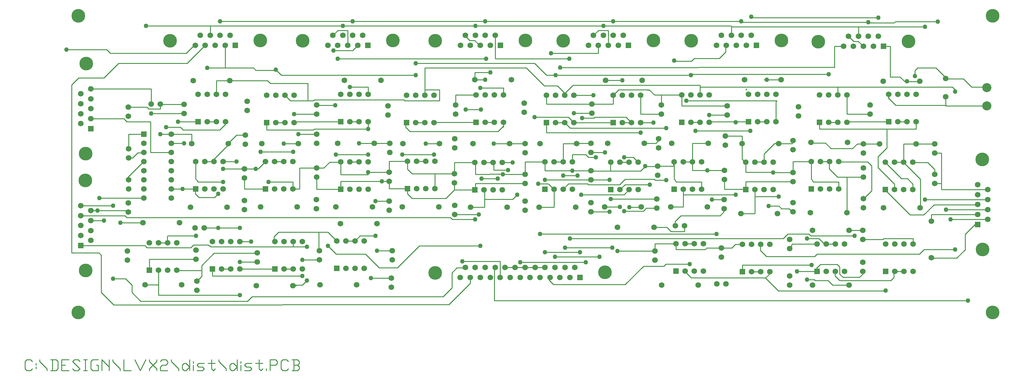
<source format=gbl>
*%FSLAX23Y23*%
*%MOIN*%
G01*
%ADD11C,0.100*%
%ADD12C,0.120*%
%ADD13C,0.010*%
%ADD14C,0.008*%
%ADD15C,0.012*%
%ADD16C,0.062*%
%ADD17C,0.082*%
%ADD18C,0.150*%
%ADD19C,0.170*%
%ADD20C,0.050*%
%ADD21C,0.070*%
%ADD22R,0.062X0.062*%
%ADD23R,0.082X0.082*%
D11*
X10521Y3025D03*
X10521Y3225D03*
D13*
X10516Y3230D02*
X10516Y3230D01*
X10356Y3230D01*
X10356Y3230D02*
X10356Y3230D01*
X10266Y3320D01*
X10266Y3320D02*
X10266Y3320D01*
X10066Y3320D01*
X10076Y3330D02*
X10076Y3330D01*
X9966Y3440D01*
X9966Y3440D02*
X9966Y3440D01*
X9766Y3440D01*
X9766Y3440D02*
X9766Y3440D01*
X9736Y3410D01*
X9736Y3410D02*
X9736Y3410D01*
X9736Y3350D01*
X9776Y3290D02*
X9776Y3290D01*
X9646Y3290D01*
X9621Y3294D02*
X9621Y3294D01*
X9576Y3339D01*
X9576Y3340D02*
X9576Y3340D01*
X9466Y3340D01*
X9466Y3340D02*
X9466Y3340D01*
X9466Y3676D01*
X9466Y3676D02*
X9466Y3676D01*
X9390Y3676D01*
X9172Y3676D02*
X9172Y3676D01*
X9116Y3730D01*
X9118Y3730D02*
X9118Y3730D01*
X9064Y3730D01*
X9064Y3730D02*
X9064Y3730D01*
X9008Y3786D01*
X9117Y3786D02*
X9117Y3786D01*
X9117Y3890D01*
X9117Y3890D02*
X9117Y3890D01*
X7727Y3890D01*
X7727Y3890D02*
X7727Y3890D01*
X7727Y3796D01*
X7727Y3900D02*
X7727Y3900D01*
X6327Y3900D01*
X6327Y3900D02*
X6327Y3900D01*
X4927Y3900D01*
X4927Y3900D02*
X4927Y3900D01*
X3477Y3900D01*
X3477Y3900D02*
X3477Y3900D01*
X2027Y3900D01*
X2027Y3900D02*
X2027Y3900D01*
X2027Y3796D01*
X2031Y3900D02*
X2031Y3900D01*
X1326Y3900D01*
X976Y3600D02*
X976Y3600D01*
X1766Y3600D01*
X1766Y3600D02*
X1766Y3600D01*
X1856Y3690D01*
X1966Y3680D02*
X1966Y3680D01*
X1776Y3490D01*
X1776Y3490D02*
X1776Y3490D01*
X1026Y3490D01*
X1026Y3490D02*
X1026Y3490D01*
X866Y3330D01*
X868Y3330D02*
X868Y3330D01*
X589Y3330D01*
X589Y3330D02*
X589Y3330D01*
X512Y3253D01*
X512Y3253D02*
X512Y3253D01*
X512Y1414D01*
X512Y1414D02*
X512Y1414D01*
X810Y1414D01*
X810Y1414D02*
X810Y1414D01*
X836Y1388D01*
X836Y1390D02*
X836Y1390D01*
X836Y1340D01*
X836Y1340D02*
X836Y1340D01*
X836Y980D01*
X836Y980D02*
X836Y980D01*
X972Y844D01*
X972Y844D02*
X972Y844D01*
X4637Y846D01*
X4637Y846D02*
X4637Y846D01*
X4871Y1080D01*
X4871Y1080D02*
X4871Y1080D01*
X4871Y1140D01*
X4816Y1250D02*
X4816Y1250D01*
X4726Y1250D01*
X4726Y1250D02*
X4726Y1250D01*
X4671Y1195D01*
X4671Y1195D02*
X4671Y1195D01*
X4671Y1030D01*
X4671Y1030D02*
X4671Y1030D01*
X4576Y935D01*
X4576Y935D02*
X4576Y935D01*
X2486Y935D01*
X2486Y935D02*
X2486Y935D01*
X2436Y885D01*
X2436Y885D02*
X2436Y885D01*
X1266Y885D01*
X1266Y885D02*
X1266Y885D01*
X1171Y980D01*
X1171Y980D02*
X1171Y980D01*
X1171Y1060D01*
X1171Y1060D02*
X1171Y1060D01*
X1101Y1130D01*
X1101Y1130D02*
X1101Y1130D01*
X966Y1130D01*
X1315Y1063D02*
X1315Y1063D01*
X1461Y1063D01*
X1461Y950D02*
X1461Y950D01*
X1461Y1225D01*
X1361Y1225D02*
X1361Y1225D01*
X1361Y1345D01*
X1361Y1345D02*
X1361Y1345D01*
X1871Y1345D01*
X1934Y1275D02*
X1934Y1275D01*
X1934Y1158D01*
X1934Y1158D02*
X1934Y1158D01*
X1877Y1101D01*
X1936Y1220D02*
X1936Y1220D01*
X1656Y1220D01*
X1934Y1275D02*
X1934Y1275D01*
X2069Y1410D01*
X2069Y1410D02*
X2069Y1410D01*
X2531Y1410D01*
X2541Y1315D02*
X2541Y1315D01*
X2351Y1315D01*
X2351Y1237D02*
X2351Y1237D01*
X2735Y1237D01*
X2835Y1237D02*
X2835Y1237D01*
X2935Y1237D01*
X3035Y1160D02*
X3035Y1160D01*
X2051Y1160D01*
X2051Y1160D02*
X2051Y1160D01*
X2051Y1237D01*
X2151Y1237D02*
X2151Y1237D01*
X2251Y1237D01*
X2351Y950D02*
X2351Y950D01*
X1461Y950D01*
X1336Y1470D02*
X1336Y1470D01*
X1816Y1470D01*
X1816Y1470D02*
X1816Y1470D01*
X1836Y1490D01*
X1836Y1490D02*
X1836Y1490D01*
X1846Y1500D01*
X1846Y1500D02*
X1846Y1500D01*
X2006Y1500D01*
X2006Y1500D02*
X2006Y1500D01*
X2016Y1490D01*
X2016Y1490D02*
X2016Y1490D01*
X2026Y1490D01*
X2026Y1490D02*
X2026Y1490D01*
X2036Y1480D01*
X2036Y1480D02*
X2036Y1480D01*
X2935Y1480D01*
X2935Y1480D02*
X2935Y1480D01*
X2935Y1537D01*
X2935Y1480D02*
X2935Y1480D01*
X3086Y1480D01*
X3216Y1430D02*
X3216Y1430D01*
X3216Y1640D01*
X3316Y1640D02*
X3316Y1640D01*
X2776Y1640D01*
X2776Y1640D02*
X2776Y1640D01*
X2726Y1590D01*
X2726Y1590D02*
X2726Y1590D01*
X2726Y1540D01*
X2476Y1537D02*
X2476Y1537D01*
X2351Y1537D01*
X2351Y1687D02*
X2351Y1687D01*
X1961Y1687D01*
X1871Y1600D02*
X1871Y1600D01*
X1561Y1600D01*
X1559Y1599D02*
X1559Y1599D01*
X1559Y1539D01*
X1561Y1525D02*
X1561Y1525D01*
X1461Y1525D01*
X1336Y1470D02*
X1336Y1470D01*
X1326Y1480D01*
X1326Y1480D02*
X1326Y1480D01*
X1316Y1495D01*
X1316Y1495D02*
X1316Y1495D01*
X611Y1495D01*
X721Y1768D02*
X721Y1768D01*
X866Y1768D01*
X721Y1877D02*
X721Y1877D01*
X1126Y1877D01*
X1126Y1877D02*
X1126Y1877D01*
X1126Y1860D01*
X1126Y1860D02*
X1126Y1860D01*
X1132Y1860D01*
X1096Y1822D02*
X1096Y1822D01*
X611Y1822D01*
X611Y1931D02*
X611Y1931D01*
X966Y1931D01*
X1096Y1822D02*
X1096Y1822D01*
X1106Y1810D01*
X1106Y1810D02*
X1106Y1810D01*
X1116Y1800D01*
X1116Y1800D02*
X1116Y1800D01*
X4656Y1800D01*
X4656Y1800D02*
X4656Y1800D01*
X4676Y1780D01*
X4676Y1780D02*
X4676Y1780D01*
X4926Y1780D01*
X4966Y1835D02*
X4966Y1835D01*
X4701Y1835D01*
X4876Y1915D02*
X4876Y1915D01*
X5028Y1915D01*
X5028Y1915D02*
X5028Y1915D01*
X5028Y2104D01*
X4928Y2104D02*
X4928Y2104D01*
X4928Y2175D01*
X4928Y2175D02*
X4928Y2175D01*
X5471Y2175D01*
X5471Y2275D02*
X5471Y2275D01*
X5471Y2410D01*
X5471Y2410D02*
X5471Y2410D01*
X5687Y2410D01*
X5687Y2410D02*
X5687Y2410D01*
X5687Y2315D01*
X5687Y2315D02*
X5687Y2315D01*
X6191Y2315D01*
X6196Y2310D02*
X6196Y2310D01*
X6736Y2310D01*
X6736Y2310D02*
X6736Y2310D01*
X6786Y2360D01*
X6786Y2360D02*
X6786Y2360D01*
X6936Y2360D01*
X6921Y2365D02*
X6921Y2365D01*
X7096Y2365D01*
X7096Y2365D02*
X7096Y2365D01*
X7096Y2410D01*
X7096Y2410D02*
X7096Y2410D01*
X7100Y2410D01*
X7100Y2410D02*
X7100Y2410D01*
X7100Y2220D01*
X7100Y2220D02*
X7100Y2220D01*
X7116Y2210D01*
X7116Y2210D02*
X7116Y2210D01*
X7116Y2200D01*
X7116Y2200D02*
X7116Y2200D01*
X7126Y2190D01*
X7126Y2190D02*
X7126Y2190D01*
X7400Y2190D01*
X7400Y2190D02*
X7400Y2190D01*
X7400Y2110D01*
X7516Y1997D02*
X7516Y1997D01*
X7649Y1997D01*
X7646Y1899D02*
X7646Y1899D01*
X7646Y1863D01*
X7646Y1863D02*
X7646Y1863D01*
X7604Y1821D01*
X7604Y1821D02*
X7604Y1821D01*
X7175Y1821D01*
X7175Y1821D02*
X7175Y1821D01*
X7112Y1758D01*
X7112Y1758D02*
X7112Y1758D01*
X7112Y1710D01*
X7116Y1710D02*
X7116Y1710D01*
X7106Y1710D01*
X7106Y1710D02*
X7106Y1710D01*
X7096Y1720D01*
X7024Y1695D02*
X7024Y1695D01*
X6881Y1695D01*
X7022Y1695D02*
X7022Y1695D01*
X7068Y1649D01*
X7068Y1649D02*
X7068Y1649D01*
X7215Y1649D01*
X7215Y1649D02*
X7215Y1649D01*
X7216Y1710D01*
X7221Y1513D02*
X7221Y1513D01*
X7321Y1513D01*
X7446Y1450D02*
X7446Y1450D01*
X7456Y1469D01*
X7456Y1469D02*
X7456Y1469D01*
X7619Y1469D01*
X7616Y1467D02*
X7616Y1467D01*
X7730Y1467D01*
X7730Y1467D02*
X7730Y1467D01*
X7772Y1509D01*
X7772Y1509D02*
X7772Y1509D01*
X7841Y1509D01*
X7846Y1507D02*
X7846Y1507D01*
X7847Y1507D01*
X8045Y1503D02*
X8045Y1503D01*
X8045Y1440D01*
X8045Y1440D02*
X8045Y1440D01*
X8111Y1374D01*
X8111Y1374D02*
X8111Y1374D01*
X8636Y1374D01*
X8639Y1374D02*
X8639Y1374D01*
X8666Y1401D01*
X8666Y1401D02*
X8666Y1401D01*
X9785Y1401D01*
X9785Y1401D02*
X9785Y1401D01*
X9836Y1452D01*
X9836Y1452D02*
X9836Y1452D01*
X10175Y1452D01*
X10193Y1356D02*
X10193Y1356D01*
X9917Y1356D01*
X9716Y1510D02*
X9716Y1510D01*
X9716Y1570D01*
X9716Y1570D02*
X9716Y1570D01*
X9396Y1570D01*
X9396Y1570D02*
X9396Y1570D01*
X9386Y1560D01*
X9386Y1560D02*
X9386Y1560D01*
X9166Y1560D01*
X9076Y1600D02*
X9076Y1600D01*
X8596Y1600D01*
X8596Y1600D02*
X8596Y1600D01*
X8576Y1620D01*
X8576Y1620D02*
X8576Y1620D01*
X8346Y1620D01*
X8346Y1620D02*
X8346Y1620D01*
X8336Y1610D01*
X8336Y1610D02*
X8336Y1610D01*
X8316Y1590D01*
X8316Y1590D02*
X8316Y1590D01*
X8296Y1570D01*
X8296Y1570D02*
X8296Y1570D01*
X5962Y1570D01*
X5907Y1470D02*
X5907Y1470D01*
X6426Y1470D01*
X6481Y1433D02*
X6481Y1433D01*
X6893Y1433D01*
X6893Y1433D02*
X6893Y1433D01*
X6893Y1513D01*
X6893Y1513D02*
X6893Y1513D01*
X7121Y1513D01*
X7121Y1513D02*
X7121Y1513D01*
X7121Y1450D01*
X7121Y1450D02*
X7121Y1450D01*
X7446Y1450D01*
X7564Y1620D02*
X7564Y1620D01*
X5635Y1620D01*
X5689Y1420D02*
X5689Y1420D01*
X6071Y1420D01*
X6136Y1310D02*
X6136Y1310D01*
X5417Y1310D01*
X5471Y1255D02*
X5471Y1255D01*
X5362Y1255D01*
X5362Y1255D02*
X5362Y1255D01*
X5253Y1255D01*
X5199Y1320D02*
X5199Y1320D01*
X4786Y1320D01*
X4986Y1490D02*
X4986Y1490D01*
X4316Y1490D01*
X4316Y1490D02*
X4316Y1490D01*
X4076Y1250D01*
X4076Y1250D02*
X4076Y1250D01*
X3876Y1250D01*
X3876Y1250D02*
X3876Y1250D01*
X3726Y1400D01*
X3726Y1400D02*
X3726Y1400D01*
X3406Y1400D01*
X3406Y1400D02*
X3406Y1400D01*
X3316Y1490D01*
X3416Y1540D02*
X3416Y1540D01*
X3316Y1640D01*
X3513Y1543D02*
X3513Y1543D01*
X3613Y1543D01*
X3613Y1543D02*
X3613Y1543D01*
X3666Y1600D01*
X3666Y1600D02*
X3666Y1600D01*
X3836Y1600D01*
X3851Y1439D02*
X3851Y1439D01*
X4019Y1439D01*
X4007Y1139D02*
X4007Y1139D01*
X3786Y1139D01*
X3221Y1339D02*
X3221Y1339D01*
X3035Y1339D01*
X3086Y1110D02*
X3086Y1110D01*
X3036Y1060D01*
X3036Y1060D02*
X3036Y1060D01*
X2926Y1060D01*
X2931Y1055D02*
X2931Y1055D01*
X2966Y1055D01*
X2076Y2020D02*
X2076Y2020D01*
X1906Y2020D01*
X1906Y2020D02*
X1906Y2020D01*
X1866Y2060D01*
X1866Y2060D02*
X1866Y2060D01*
X1866Y2120D01*
X1868Y2113D02*
X1868Y2113D01*
X1601Y2113D01*
X1601Y2113D02*
X1601Y2113D01*
X1601Y2115D01*
X1601Y2115D02*
X1601Y2115D01*
X1726Y2115D01*
X1868Y2220D02*
X1868Y2220D01*
X1868Y2413D01*
X1968Y2413D02*
X1968Y2413D01*
X2068Y2413D01*
X2061Y2405D02*
X2061Y2405D01*
X2061Y2435D01*
X2061Y2435D02*
X2061Y2435D01*
X2231Y2605D01*
X2221Y2610D02*
X2221Y2610D01*
X2316Y2705D01*
X2316Y2705D02*
X2316Y2705D01*
X2416Y2705D01*
X2646Y2760D02*
X2646Y2760D01*
X2646Y2840D01*
X2646Y2760D02*
X2646Y2760D01*
X3156Y2760D01*
X3156Y2760D02*
X3156Y2760D01*
X3166Y2770D01*
X3166Y2770D02*
X3166Y2770D01*
X3756Y2770D01*
X3756Y2770D02*
X3756Y2770D01*
X3756Y2850D01*
X3656Y2850D02*
X3656Y2850D01*
X3556Y2850D01*
X3456Y2850D02*
X3456Y2850D01*
X2946Y2850D01*
X2946Y2850D02*
X2946Y2850D01*
X2946Y2840D01*
X2946Y2935D02*
X2946Y2935D01*
X3191Y2935D01*
X3185Y3030D02*
X3185Y3030D01*
X3392Y3030D01*
X3166Y3090D02*
X3166Y3090D01*
X3156Y3080D01*
X3156Y3080D02*
X3156Y3080D01*
X2906Y3080D01*
X2906Y3080D02*
X2906Y3080D01*
X2846Y3140D01*
X2726Y3270D02*
X2726Y3270D01*
X2686Y3270D01*
X2686Y3270D02*
X2686Y3270D01*
X2656Y3300D01*
X2656Y3300D02*
X2656Y3300D01*
X2241Y3300D01*
X2241Y3300D02*
X2241Y3300D01*
X2096Y3300D01*
X2096Y3300D02*
X2096Y3300D01*
X2096Y3150D01*
X2096Y2850D02*
X2096Y2850D01*
X1996Y2850D01*
X1896Y2850D02*
X1896Y2850D01*
X1676Y2850D01*
X1701Y2790D02*
X1701Y2790D01*
X1731Y2760D01*
X1731Y2760D02*
X1731Y2760D01*
X2131Y2760D01*
X2131Y2760D02*
X2131Y2760D01*
X2196Y2825D01*
X2196Y2825D02*
X2196Y2825D01*
X2196Y2850D01*
X1826Y2715D02*
X1826Y2715D01*
X1601Y2715D01*
X1601Y2715D02*
X1601Y2715D01*
X1481Y2715D01*
X1546Y2790D02*
X1546Y2790D01*
X1701Y2790D01*
X1826Y2715D02*
X1826Y2715D01*
X1826Y2610D01*
X1741Y2615D02*
X1741Y2615D01*
X1601Y2615D01*
X1601Y2515D02*
X1601Y2515D01*
X1376Y2515D01*
X1376Y2515D02*
X1376Y2515D01*
X1376Y2850D01*
X1376Y2850D02*
X1376Y2850D01*
X1116Y2850D01*
X1116Y2850D02*
X1116Y2850D01*
X1096Y2870D01*
X1096Y2870D02*
X1096Y2870D01*
X1086Y2884D01*
X1086Y2884D02*
X1086Y2884D01*
X721Y2884D01*
X721Y3211D02*
X721Y3211D01*
X1381Y3211D01*
X1381Y3211D02*
X1381Y3211D01*
X1381Y3045D01*
X1336Y3010D02*
X1336Y3010D01*
X1356Y2990D01*
X1356Y2990D02*
X1356Y2990D01*
X1481Y2990D01*
X1481Y2990D02*
X1481Y2990D01*
X1481Y3045D01*
X1481Y3040D02*
X1481Y3040D01*
X1741Y3040D01*
X1741Y2940D02*
X1741Y2940D01*
X1381Y2940D01*
X1336Y3010D02*
X1336Y3010D01*
X1132Y3010D01*
X976Y3600D02*
X976Y3600D01*
X936Y3600D01*
X936Y3600D02*
X936Y3600D01*
X896Y3640D01*
X896Y3640D02*
X896Y3640D01*
X456Y3640D01*
X1135Y2715D02*
X1135Y2715D01*
X1301Y2715D01*
X1135Y2715D02*
X1135Y2715D01*
X1135Y2555D01*
X1133Y2454D02*
X1133Y2454D01*
X1178Y2454D01*
X1178Y2454D02*
X1178Y2454D01*
X1235Y2511D01*
X1235Y2511D02*
X1235Y2511D01*
X1304Y2511D01*
X1306Y2420D02*
X1306Y2420D01*
X1126Y2240D01*
X1126Y2240D02*
X1126Y2240D01*
X1126Y2200D01*
X1301Y2015D02*
X1301Y2015D01*
X816Y2015D01*
X1046Y1745D02*
X1046Y1745D01*
X1291Y1745D01*
X1868Y2220D02*
X1868Y2220D01*
X1886Y2210D01*
X1886Y2210D02*
X1886Y2210D01*
X1886Y2200D01*
X1886Y2200D02*
X1886Y2200D01*
X1896Y2190D01*
X1896Y2190D02*
X1896Y2190D01*
X2168Y2190D01*
X2116Y2060D02*
X2116Y2060D01*
X2076Y2020D01*
X2168Y2335D02*
X2168Y2335D01*
X2401Y2335D01*
X2399Y2334D02*
X2399Y2334D01*
X2552Y2334D01*
X2552Y2334D02*
X2552Y2334D01*
X2633Y2415D01*
X2733Y2413D02*
X2733Y2413D01*
X2833Y2413D01*
X2936Y2520D02*
X2936Y2520D01*
X2578Y2520D01*
X2833Y2610D02*
X2833Y2610D01*
X2991Y2610D01*
X2991Y2715D02*
X2991Y2715D01*
X3191Y2715D01*
X3403Y2490D02*
X3403Y2490D01*
X3756Y2490D01*
X3655Y2410D02*
X3655Y2410D01*
X3555Y2410D01*
X3458Y2409D02*
X3458Y2409D01*
X3335Y2409D01*
X3335Y2409D02*
X3335Y2409D01*
X3269Y2343D01*
X3271Y2345D02*
X3271Y2345D01*
X3196Y2345D01*
X3196Y2345D02*
X3196Y2345D01*
X3006Y2345D01*
X3006Y2345D02*
X3006Y2345D01*
X3006Y2113D01*
X3006Y2113D02*
X3006Y2113D01*
X2933Y2113D01*
X2933Y2113D02*
X2933Y2113D01*
X2933Y2190D01*
X2933Y2190D02*
X2933Y2190D01*
X2666Y2190D01*
X2633Y2113D02*
X2633Y2113D01*
X2401Y2113D01*
X2401Y2113D02*
X2401Y2113D01*
X2401Y2235D01*
X2316Y2413D02*
X2316Y2413D01*
X2168Y2413D01*
X2746Y2840D02*
X2746Y2840D01*
X2846Y2840D01*
X3096Y3080D02*
X3096Y3080D01*
X3096Y3270D01*
X3096Y3270D02*
X3096Y3270D01*
X2706Y3270D01*
X2806Y3360D02*
X2806Y3360D01*
X4276Y3360D01*
X4376Y3440D02*
X4376Y3440D01*
X4376Y3140D01*
X4376Y3200D02*
X4376Y3200D01*
X4536Y3200D01*
X4536Y3200D02*
X4536Y3200D01*
X4536Y3080D01*
X4536Y3080D02*
X4536Y3080D01*
X4156Y3080D01*
X4156Y3080D02*
X4156Y3080D01*
X4146Y3090D01*
X4146Y3090D02*
X4146Y3090D01*
X3166Y3090D01*
X3556Y3230D02*
X3556Y3230D01*
X3756Y3230D01*
X3756Y3230D02*
X3756Y3230D01*
X3756Y3150D01*
X3586Y3630D02*
X3586Y3630D01*
X3376Y3630D01*
X3423Y3540D02*
X3423Y3540D01*
X5046Y3540D01*
X5145Y3540D02*
X5145Y3540D01*
X5145Y3796D01*
X5036Y3950D02*
X5036Y3950D01*
X3586Y3950D01*
X3586Y3950D02*
X3586Y3950D01*
X2136Y3950D01*
X2191Y3686D02*
X2191Y3686D01*
X2191Y3440D01*
X2191Y3440D02*
X2191Y3440D01*
X1996Y3440D01*
X2191Y3440D02*
X2191Y3440D01*
X2501Y3440D01*
X2501Y3440D02*
X2501Y3440D01*
X2526Y3415D01*
X2526Y3415D02*
X2526Y3415D01*
X2741Y3415D01*
X2746Y3420D02*
X2746Y3420D01*
X2806Y3360D01*
X3368Y3796D02*
X3368Y3796D01*
X3426Y3850D01*
X3426Y3850D02*
X3426Y3850D01*
X3532Y3850D01*
X3532Y3850D02*
X3532Y3850D01*
X3532Y3686D01*
X3586Y3630D02*
X3586Y3630D01*
X3641Y3686D01*
X4271Y3490D02*
X4271Y3490D01*
X5576Y3490D01*
X5576Y3490D02*
X5576Y3490D01*
X5706Y3360D01*
X5706Y3360D02*
X5706Y3360D01*
X5806Y3360D01*
X5806Y3360D02*
X5806Y3360D01*
X7286Y3360D01*
X7286Y3370D02*
X7286Y3370D01*
X8791Y3370D01*
X8856Y3445D02*
X8856Y3445D01*
X8856Y3676D01*
X8856Y3676D02*
X8856Y3676D01*
X8954Y3676D01*
X8857Y3446D02*
X8857Y3446D01*
X5856Y3445D01*
X5956Y3540D02*
X5956Y3540D01*
X5145Y3540D01*
X5091Y3390D02*
X5091Y3390D01*
X4921Y3390D01*
X4921Y3390D02*
X4921Y3390D01*
X4921Y3310D01*
X4921Y3310D02*
X4921Y3310D01*
X5036Y3310D01*
X4982Y3220D02*
X4982Y3220D01*
X5236Y3220D01*
X5236Y3220D02*
X5236Y3220D01*
X5236Y3145D01*
X5236Y2850D02*
X5236Y2850D01*
X5236Y2805D01*
X5236Y2805D02*
X5236Y2805D01*
X5176Y2745D01*
X5176Y2745D02*
X5176Y2745D01*
X4211Y2745D01*
X4211Y2745D02*
X4211Y2745D01*
X4166Y2790D01*
X4166Y2790D02*
X4166Y2790D01*
X4166Y2835D01*
X4276Y2840D02*
X4276Y2840D01*
X4376Y2840D01*
X4476Y2840D02*
X4476Y2840D01*
X4476Y2845D01*
X4476Y2845D02*
X4476Y2845D01*
X4936Y2845D01*
X5036Y2845D02*
X5036Y2845D01*
X5136Y2845D01*
X5236Y2845D02*
X5236Y2845D01*
X5236Y2790D01*
X5301Y2610D02*
X5301Y2610D01*
X5471Y2610D01*
X5301Y2610D02*
X5301Y2610D01*
X5128Y2610D01*
X5128Y2404D02*
X5128Y2404D01*
X5128Y2320D01*
X5128Y2320D02*
X5128Y2320D01*
X5286Y2320D01*
X5228Y2276D02*
X5228Y2276D01*
X4928Y2274D01*
X4928Y2274D02*
X4928Y2274D01*
X4928Y2404D01*
X4928Y2404D02*
X4928Y2404D01*
X4697Y2404D01*
X4697Y2404D02*
X4697Y2404D01*
X4697Y2282D01*
X4697Y2282D02*
X4697Y2282D01*
X4484Y2282D01*
X4484Y2282D02*
X4484Y2282D01*
X4484Y2116D01*
X4606Y2010D02*
X4606Y2010D01*
X4236Y2010D01*
X4236Y2010D02*
X4236Y2010D01*
X4186Y2060D01*
X4186Y2060D02*
X4186Y2060D01*
X4186Y2110D01*
X4184Y2116D02*
X4184Y2116D01*
X3986Y2116D01*
X3986Y2116D02*
X3986Y2116D01*
X3986Y2197D01*
X3986Y2197D02*
X3986Y2197D01*
X3455Y2197D01*
X3455Y2197D02*
X3455Y2197D01*
X3455Y2110D01*
X3455Y2110D02*
X3455Y2110D01*
X3191Y2110D01*
X3191Y2110D02*
X3191Y2110D01*
X3191Y2245D01*
X3455Y2270D02*
X3455Y2270D01*
X3455Y2410D01*
X3455Y2270D02*
X3455Y2270D01*
X3755Y2270D01*
X3755Y2297D02*
X3755Y2297D01*
X3986Y2297D01*
X3986Y2297D02*
X3986Y2297D01*
X3986Y2416D01*
X3986Y2416D02*
X3986Y2416D01*
X4184Y2416D01*
X4186Y2420D02*
X4186Y2420D01*
X4186Y2330D01*
X4186Y2330D02*
X4186Y2330D01*
X4236Y2280D01*
X4236Y2280D02*
X4236Y2280D01*
X4486Y2280D01*
X4384Y2416D02*
X4384Y2416D01*
X4284Y2416D01*
X4129Y2490D02*
X4129Y2490D01*
X4476Y2490D01*
X4536Y2610D02*
X4536Y2610D01*
X4384Y2610D01*
X3991Y2615D02*
X3991Y2615D01*
X3821Y2615D01*
X3821Y2615D02*
X3821Y2615D01*
X3655Y2615D01*
X3836Y1982D02*
X3836Y1982D01*
X3986Y1982D01*
X4606Y2010D02*
X4606Y2010D01*
X4696Y2100D01*
X4697Y2104D02*
X4697Y2104D01*
X4928Y2104D01*
X4994Y2226D02*
X4994Y2226D01*
X5171Y2226D01*
X5228Y2275D02*
X5228Y2275D01*
X5471Y2275D01*
X5616Y2170D02*
X5616Y2170D01*
X5726Y2170D01*
X5727Y2169D02*
X5727Y2169D01*
X5776Y2120D01*
X5776Y2120D02*
X5776Y2120D01*
X5787Y2110D01*
X5787Y2110D02*
X5787Y2110D01*
X5787Y1915D01*
X5787Y1915D02*
X5787Y1915D01*
X5626Y1915D01*
X5386Y2050D02*
X5386Y2050D01*
X5336Y2000D01*
X5336Y2000D02*
X5336Y2000D01*
X5026Y2000D01*
X4697Y2104D02*
X4697Y2104D01*
X4697Y2182D01*
X5028Y2404D02*
X5028Y2404D01*
X5128Y2404D01*
X5228Y2404D02*
X5228Y2404D01*
X5336Y2404D01*
X5787Y2410D02*
X5787Y2410D01*
X5887Y2410D01*
X5887Y2410D02*
X5887Y2410D01*
X5887Y2610D01*
X5887Y2610D02*
X5887Y2610D01*
X6036Y2610D01*
X6036Y2615D02*
X6036Y2615D01*
X6191Y2615D01*
X6191Y2515D02*
X6191Y2515D01*
X6346Y2515D01*
X6246Y2460D02*
X6246Y2460D01*
X6166Y2460D01*
X6166Y2460D02*
X6166Y2460D01*
X6156Y2470D01*
X6156Y2470D02*
X6156Y2470D01*
X6136Y2490D01*
X6136Y2490D02*
X6136Y2490D01*
X5987Y2490D01*
X5987Y2490D02*
X5987Y2490D01*
X5987Y2410D01*
X6046Y2260D02*
X6046Y2260D01*
X5887Y2260D01*
X5946Y2170D02*
X5946Y2170D01*
X5887Y2110D01*
X5946Y2170D02*
X5946Y2170D01*
X6156Y2170D01*
X6156Y2170D02*
X6156Y2170D01*
X6166Y2160D01*
X6166Y2160D02*
X6166Y2160D01*
X6506Y2160D01*
X6506Y2160D02*
X6506Y2160D01*
X6566Y2220D01*
X6566Y2220D02*
X6566Y2220D01*
X6886Y2220D01*
X6886Y2220D02*
X6886Y2220D01*
X6896Y2210D01*
X6896Y2210D02*
X6896Y2210D01*
X7016Y2210D01*
X6836Y2160D02*
X6836Y2160D01*
X6566Y2160D01*
X6566Y2160D02*
X6566Y2160D01*
X6507Y2107D01*
X6556Y2050D02*
X6556Y2050D01*
X6086Y2050D01*
X6191Y2215D02*
X6191Y2215D01*
X5687Y2215D01*
X6191Y2215D02*
X6191Y2215D01*
X6396Y2215D01*
X6406Y2310D02*
X6406Y2310D01*
X6406Y2400D01*
X6406Y2400D02*
X6406Y2400D01*
X6406Y2410D01*
X6507Y2407D02*
X6507Y2407D01*
X6607Y2407D01*
X6656Y2460D02*
X6656Y2460D01*
X6707Y2407D01*
X6656Y2460D02*
X6656Y2460D01*
X6556Y2460D01*
X6776Y2615D02*
X6776Y2615D01*
X6906Y2615D01*
X6906Y2615D02*
X6906Y2615D01*
X6916Y2630D01*
X6916Y2630D02*
X6916Y2630D01*
X6926Y2630D01*
X7016Y2780D02*
X7016Y2780D01*
X5966Y2780D01*
X5966Y2780D02*
X5966Y2780D01*
X5906Y2840D01*
X5906Y2840D02*
X5906Y2840D01*
X5806Y2840D01*
X5706Y2840D02*
X5706Y2840D01*
X5706Y2730D01*
X5706Y2730D02*
X5706Y2730D01*
X6736Y2730D01*
X6736Y2840D02*
X6736Y2840D01*
X6876Y2840D01*
X6961Y2935D02*
X6961Y2935D01*
X6736Y2935D01*
X6736Y2935D02*
X6736Y2935D01*
X6736Y3140D01*
X6809Y3198D02*
X6809Y3198D01*
X6833Y3198D01*
X6833Y3198D02*
X6833Y3198D01*
X6887Y3144D01*
X6887Y3144D02*
X6887Y3144D01*
X6962Y3144D01*
X6961Y3145D02*
X6961Y3145D01*
X6961Y3035D01*
X6961Y3145D02*
X6961Y3145D01*
X7186Y3145D01*
X7186Y3145D02*
X7186Y3145D01*
X7186Y3025D01*
X7186Y3025D02*
X7186Y3025D01*
X7681Y3025D01*
X7681Y2925D02*
X7681Y2925D01*
X7486Y2925D01*
X7486Y2850D02*
X7486Y2850D01*
X7916Y2850D01*
X8016Y2850D02*
X8016Y2850D01*
X8116Y2850D01*
X8216Y2850D02*
X8216Y2850D01*
X8216Y3070D01*
X8216Y3070D02*
X8216Y3070D01*
X8226Y3080D01*
X8226Y3080D02*
X8226Y3080D01*
X7236Y3080D01*
X7386Y3145D02*
X7386Y3145D01*
X7386Y3250D01*
X7381Y3250D02*
X7381Y3250D01*
X5996Y3250D01*
X5996Y3250D02*
X5996Y3250D01*
X5906Y3160D01*
X5906Y3160D02*
X5906Y3160D01*
X5906Y3140D01*
X5906Y3165D02*
X5906Y3165D01*
X5826Y3245D01*
X5826Y3245D02*
X5826Y3245D01*
X5681Y3245D01*
X5681Y3245D02*
X5681Y3245D01*
X5486Y3440D01*
X5486Y3440D02*
X5486Y3440D01*
X4376Y3440D01*
X4711Y3145D02*
X4711Y3145D01*
X4711Y3035D01*
X4711Y3145D02*
X4711Y3145D01*
X4936Y3145D01*
X4988Y2985D02*
X4988Y2985D01*
X4823Y2985D01*
X4976Y3685D02*
X4976Y3685D01*
X4921Y3740D01*
X4921Y3740D02*
X4921Y3740D01*
X4866Y3740D01*
X4866Y3740D02*
X4866Y3740D01*
X4816Y3790D01*
X5036Y3950D02*
X5036Y3950D01*
X6436Y3950D01*
X6436Y3950D02*
X6436Y3950D01*
X7836Y3950D01*
X7836Y3940D02*
X7836Y3940D01*
X9226Y3940D01*
X9221Y3933D02*
X9221Y3933D01*
X9506Y3933D01*
X9506Y3933D02*
X9506Y3933D01*
X9521Y3948D01*
X9521Y3948D02*
X9521Y3948D01*
X9986Y3948D01*
X9846Y3890D02*
X9846Y3890D01*
X9117Y3890D01*
X9335Y3990D02*
X9335Y3990D01*
X7945Y3990D01*
X7666Y3685D02*
X7666Y3685D01*
X7666Y3615D01*
X7666Y3615D02*
X7666Y3615D01*
X7596Y3545D01*
X7596Y3545D02*
X7596Y3545D01*
X7321Y3545D01*
X7321Y3545D02*
X7321Y3545D01*
X7291Y3515D01*
X7291Y3515D02*
X7291Y3515D01*
X7096Y3515D01*
X7386Y3230D02*
X7386Y3230D01*
X9986Y3230D01*
X9976Y3230D02*
X9976Y3230D01*
X10146Y3230D01*
X10146Y3230D02*
X10146Y3230D01*
X10186Y3190D01*
X10071Y3125D02*
X10071Y3125D01*
X10071Y3025D01*
X10071Y3025D02*
X10071Y3025D01*
X10521Y3025D01*
X10076Y3030D02*
X10076Y3030D01*
X9526Y3030D01*
X9526Y3030D02*
X9526Y3030D01*
X9446Y3110D01*
X9446Y3110D02*
X9446Y3110D01*
X9446Y3150D01*
X9449Y3151D02*
X9449Y3151D01*
X9449Y3100D01*
X9449Y2851D02*
X9449Y2851D01*
X8991Y2851D01*
X8991Y2851D02*
X8991Y2851D01*
X8991Y2845D01*
X8991Y2935D02*
X8991Y2935D01*
X8991Y3145D01*
X8891Y3145D02*
X8891Y3145D01*
X8891Y3231D01*
X8991Y2935D02*
X8991Y2935D01*
X9245Y2935D01*
X9428Y2769D02*
X9428Y2769D01*
X9428Y2565D01*
X9428Y2565D02*
X9428Y2565D01*
X9332Y2469D01*
X9332Y2469D02*
X9332Y2469D01*
X9332Y2349D01*
X9332Y2349D02*
X9332Y2349D01*
X9512Y2169D01*
X9512Y2169D02*
X9512Y2169D01*
X9512Y2109D01*
X9419Y2094D02*
X9419Y2094D01*
X9683Y1830D01*
X9683Y1830D02*
X9683Y1830D01*
X9833Y1830D01*
X9833Y1830D02*
X9833Y1830D01*
X9944Y1941D01*
X9944Y1941D02*
X9944Y1941D01*
X10424Y1941D01*
X10421Y1834D02*
X10421Y1834D01*
X9916Y1834D01*
X9916Y1834D02*
X9916Y1834D01*
X9916Y1760D01*
X9794Y1905D02*
X9794Y1905D01*
X9794Y2220D01*
X9794Y2220D02*
X9794Y2220D01*
X9611Y2403D01*
X9613Y2407D02*
X9613Y2407D01*
X9613Y2608D01*
X9613Y2608D02*
X9613Y2608D01*
X9749Y2608D01*
X9749Y2609D02*
X9749Y2609D01*
X9953Y2609D01*
X9953Y2509D02*
X9953Y2509D01*
X10026Y2509D01*
X10026Y2509D02*
X10026Y2509D01*
X10026Y2174D01*
X10026Y2174D02*
X10026Y2174D01*
X9953Y2174D01*
X10026Y2174D02*
X10026Y2174D01*
X10026Y2107D01*
X10026Y2107D02*
X10026Y2107D01*
X10531Y2107D01*
X10531Y1998D02*
X10531Y1998D01*
X9846Y1998D01*
X9710Y2112D02*
X9710Y2112D01*
X9710Y2172D01*
X9713Y2169D02*
X9713Y2169D01*
X9656Y2226D01*
X9656Y2226D02*
X9656Y2226D01*
X9587Y2226D01*
X9587Y2226D02*
X9587Y2226D01*
X9410Y2403D01*
X9513Y2407D02*
X9513Y2407D01*
X9613Y2407D01*
X9713Y2403D02*
X9713Y2403D01*
X9875Y2403D01*
X9875Y2403D02*
X9875Y2403D01*
X9950Y2328D01*
X9950Y2328D02*
X9950Y2328D01*
X9950Y2268D01*
X10076Y1887D02*
X10076Y1887D01*
X10529Y1887D01*
X10531Y1780D02*
X10531Y1780D01*
X10126Y1780D01*
X10286Y1617D02*
X10286Y1617D01*
X10403Y1734D01*
X10286Y1617D02*
X10286Y1617D01*
X10286Y1449D01*
X10286Y1449D02*
X10286Y1449D01*
X10193Y1356D01*
X10316Y890D02*
X10316Y890D01*
X5136Y890D01*
X5136Y890D02*
X5136Y890D01*
X5136Y1260D01*
X5199Y1320D02*
X5199Y1320D01*
X5199Y1145D01*
X5471Y1255D02*
X5471Y1255D01*
X5580Y1255D01*
X5580Y1255D02*
X5580Y1255D01*
X5689Y1255D01*
X5735Y1137D02*
X5735Y1137D01*
X5735Y1113D01*
X5735Y1113D02*
X5735Y1113D01*
X5780Y1068D01*
X5780Y1068D02*
X5780Y1068D01*
X6566Y1068D01*
X6566Y1068D02*
X6566Y1068D01*
X6767Y1269D01*
X6767Y1269D02*
X6767Y1269D01*
X6989Y1269D01*
X6989Y1269D02*
X6989Y1269D01*
X7010Y1290D01*
X7010Y1290D02*
X7010Y1290D01*
X7271Y1290D01*
X7217Y1212D02*
X7217Y1212D01*
X7289Y1140D01*
X7289Y1140D02*
X7289Y1140D01*
X8099Y1140D01*
X8099Y1140D02*
X8099Y1140D01*
X8240Y999D01*
X8240Y999D02*
X8240Y999D01*
X9419Y999D01*
X9473Y1110D02*
X9473Y1110D01*
X8912Y1110D01*
X8912Y1110D02*
X8912Y1110D01*
X8861Y1161D01*
X8861Y1161D02*
X8861Y1161D01*
X8861Y1203D01*
X8912Y1182D02*
X8912Y1182D01*
X8948Y1146D01*
X8948Y1146D02*
X8948Y1146D01*
X9128Y1146D01*
X9128Y1146D02*
X9128Y1146D01*
X9164Y1182D01*
X9164Y1182D02*
X9164Y1182D01*
X9164Y1206D01*
X9016Y1060D02*
X9016Y1060D01*
X8836Y1060D01*
X8836Y1060D02*
X8836Y1060D01*
X8816Y1080D01*
X8816Y1080D02*
X8816Y1080D01*
X8796Y1100D01*
X8796Y1100D02*
X8796Y1100D01*
X8786Y1110D01*
X8786Y1110D02*
X8786Y1110D01*
X8646Y1110D01*
X8646Y1110D02*
X8646Y1110D01*
X8636Y1120D01*
X8636Y1120D02*
X8636Y1120D01*
X8556Y1120D01*
X8663Y1203D02*
X8663Y1203D01*
X8663Y1254D01*
X8663Y1248D02*
X8663Y1248D01*
X8702Y1287D01*
X8702Y1287D02*
X8702Y1287D01*
X8885Y1287D01*
X8885Y1287D02*
X8885Y1287D01*
X8912Y1260D01*
X8912Y1260D02*
X8912Y1260D01*
X8912Y1182D01*
X8666Y1210D02*
X8666Y1210D01*
X8446Y1210D01*
X8606Y1280D02*
X8606Y1280D01*
X7847Y1280D01*
X7847Y1280D02*
X7847Y1280D01*
X7847Y1207D01*
X7947Y1207D02*
X7947Y1207D01*
X8047Y1207D01*
X8102Y1140D02*
X8102Y1140D01*
X8147Y1185D01*
X8366Y1460D02*
X8366Y1460D01*
X8386Y1460D01*
X8386Y1460D02*
X8386Y1460D01*
X8386Y1500D01*
X8386Y1500D02*
X8386Y1500D01*
X8396Y1510D01*
X8396Y1510D02*
X8396Y1510D01*
X8666Y1510D01*
X8706Y1550D02*
X8706Y1550D01*
X8726Y1530D01*
X8726Y1530D02*
X8726Y1530D01*
X8746Y1510D01*
X8746Y1510D02*
X8746Y1510D01*
X8866Y1510D01*
X8706Y1550D02*
X8706Y1550D01*
X8686Y1570D01*
X8686Y1570D02*
X8686Y1570D01*
X8556Y1570D01*
X8401Y1865D02*
X8401Y1865D01*
X8396Y1865D01*
X8396Y1865D02*
X8396Y1865D01*
X8386Y1880D01*
X8393Y1863D02*
X8393Y1863D01*
X8357Y1899D01*
X8357Y1899D02*
X8357Y1899D01*
X8276Y1899D01*
X8276Y1899D02*
X8276Y1899D01*
X8249Y1926D01*
X8249Y1926D02*
X8249Y1926D01*
X8132Y1926D01*
X8135Y1926D02*
X8135Y1926D01*
X8237Y1926D01*
X8246Y2030D02*
X8246Y2030D01*
X7986Y2030D01*
X7985Y2028D02*
X7985Y2028D01*
X7985Y2106D01*
X7986Y2110D02*
X7986Y2110D01*
X7986Y1845D01*
X7986Y1845D02*
X7986Y1845D01*
X7831Y1845D01*
X7776Y2050D02*
X7776Y2050D01*
X7200Y2050D01*
X7200Y2110D02*
X7200Y2110D01*
X7200Y1918D01*
X7200Y1918D02*
X7200Y1918D01*
X7066Y1918D01*
X6911Y1905D02*
X6911Y1905D01*
X6796Y1905D01*
X6796Y1905D02*
X6796Y1905D01*
X6786Y1890D01*
X6786Y1890D02*
X6786Y1890D01*
X6766Y1870D01*
X6766Y1870D02*
X6766Y1870D01*
X6556Y1870D01*
X6507Y1918D02*
X6507Y1918D01*
X6343Y1918D01*
X6396Y1865D02*
X6396Y1865D01*
X6191Y1865D01*
X6286Y1370D02*
X6286Y1370D01*
X5798Y1370D01*
X6407Y2005D02*
X6407Y2005D01*
X6911Y2005D01*
X6741Y1915D02*
X6741Y1915D01*
X6611Y1915D01*
X6556Y2050D02*
X6556Y2050D01*
X6607Y2107D01*
X7200Y2410D02*
X7200Y2410D01*
X7300Y2410D01*
X7300Y2410D02*
X7300Y2410D01*
X7300Y2318D01*
X7300Y2318D02*
X7300Y2318D01*
X7652Y2318D01*
X7652Y2218D02*
X7652Y2218D01*
X7652Y2110D01*
X7652Y2110D02*
X7652Y2110D01*
X7886Y2110D01*
X7886Y2110D02*
X7886Y2110D01*
X7886Y2195D01*
X7886Y2195D02*
X7886Y2195D01*
X8401Y2195D01*
X8401Y2295D02*
X8401Y2295D01*
X8401Y2413D01*
X8401Y2413D02*
X8401Y2413D01*
X8600Y2413D01*
X8600Y2413D02*
X8600Y2413D01*
X8600Y2220D01*
X8600Y2220D02*
X8600Y2220D01*
X8616Y2210D01*
X8616Y2210D02*
X8616Y2210D01*
X8616Y2200D01*
X8616Y2200D02*
X8616Y2200D01*
X8626Y2190D01*
X8626Y2190D02*
X8626Y2190D01*
X8900Y2190D01*
X8900Y2190D02*
X8900Y2190D01*
X8900Y2113D01*
X8888Y2244D02*
X8888Y2244D01*
X9164Y2244D01*
X9263Y2367D02*
X9263Y2367D01*
X9218Y2412D01*
X9218Y2412D02*
X9218Y2412D01*
X9104Y2412D01*
X9107Y2412D02*
X9107Y2412D01*
X8894Y2412D01*
X8800Y2413D02*
X8800Y2413D01*
X8700Y2413D01*
X8798Y2409D02*
X8798Y2409D01*
X8798Y2334D01*
X8798Y2334D02*
X8798Y2334D01*
X8888Y2244D01*
X8991Y2245D02*
X8991Y2245D01*
X8991Y1855D01*
X9176Y2007D02*
X9176Y2007D01*
X9263Y2094D01*
X9263Y2094D02*
X9263Y2094D01*
X9263Y2367D01*
X9349Y2608D02*
X9349Y2608D01*
X9170Y2608D01*
X9170Y2608D02*
X9170Y2608D01*
X9170Y2609D01*
X9170Y2607D02*
X9170Y2607D01*
X9104Y2607D01*
X9104Y2607D02*
X9104Y2607D01*
X9053Y2556D01*
X9053Y2556D02*
X9053Y2556D01*
X8819Y2556D01*
X8819Y2556D02*
X8819Y2556D01*
X8756Y2619D01*
X8756Y2619D02*
X8756Y2619D01*
X8597Y2619D01*
X8691Y2770D02*
X8691Y2770D01*
X8691Y2845D01*
X8691Y2770D02*
X8691Y2770D01*
X9749Y2770D01*
X9749Y2770D02*
X9749Y2770D01*
X9749Y2851D01*
X9649Y2851D02*
X9649Y2851D01*
X9549Y2851D01*
X9166Y1660D02*
X9166Y1660D01*
X9016Y1660D01*
X9506Y1209D02*
X9506Y1209D01*
X9506Y1143D01*
X9506Y1143D02*
X9506Y1143D01*
X9473Y1110D01*
X9516Y1210D02*
X9516Y1210D01*
X9616Y1210D01*
X8891Y2845D02*
X8891Y2845D01*
X8791Y2845D01*
X8791Y2845D02*
X8791Y2845D01*
X8776Y2860D01*
X8396Y2610D02*
X8396Y2610D01*
X8246Y2610D01*
X8237Y2613D02*
X8237Y2613D01*
X8201Y2613D01*
X8201Y2613D02*
X8201Y2613D01*
X8084Y2496D01*
X8084Y2496D02*
X8084Y2496D01*
X8084Y2406D01*
X8086Y2410D02*
X8086Y2410D01*
X7986Y2410D01*
X7886Y2410D02*
X7886Y2410D01*
X7886Y2296D01*
X7886Y2296D02*
X7886Y2296D01*
X8186Y2296D01*
X8186Y2295D02*
X8186Y2295D01*
X8401Y2295D01*
X7881Y2405D02*
X7881Y2405D01*
X7846Y2440D01*
X7846Y2440D02*
X7846Y2440D01*
X7846Y2480D01*
X7846Y2480D02*
X7846Y2480D01*
X7846Y2600D01*
X7846Y2610D02*
X7846Y2610D01*
X7846Y2695D01*
X7846Y2695D02*
X7846Y2695D01*
X7661Y2695D01*
X7476Y2615D02*
X7476Y2615D01*
X7300Y2615D01*
X7300Y2615D02*
X7300Y2615D01*
X7300Y2410D01*
X7336Y2750D02*
X7336Y2750D01*
X7936Y2750D01*
X7886Y3200D02*
X7886Y3200D01*
X7896Y3210D01*
X8086Y3310D02*
X8086Y3310D01*
X8271Y3310D01*
X7386Y2845D02*
X7386Y2845D01*
X7286Y2845D01*
X6826Y3200D02*
X6826Y3200D01*
X6496Y3200D01*
X6496Y3200D02*
X6496Y3200D01*
X6436Y3140D01*
X6436Y3140D02*
X6436Y3140D01*
X6436Y3045D01*
X6436Y3045D02*
X6436Y3045D01*
X6201Y3045D01*
X6201Y3045D02*
X6201Y3045D01*
X5706Y3045D01*
X5706Y3045D02*
X5706Y3045D01*
X5706Y3140D01*
X5576Y2900D02*
X5576Y2900D01*
X5946Y2900D01*
X5946Y2900D02*
X5946Y2900D01*
X6006Y2840D01*
X6006Y2840D02*
X6006Y2840D01*
X6436Y2840D01*
X6536Y2840D02*
X6536Y2840D01*
X6636Y2840D01*
X6636Y2840D02*
X6636Y2840D01*
X6576Y2900D01*
X6576Y2900D02*
X6576Y2900D01*
X6236Y2900D01*
X6236Y2900D02*
X6236Y2900D01*
X6226Y2890D01*
X6226Y2890D02*
X6226Y2890D01*
X6096Y2890D01*
X6006Y2945D02*
X6006Y2945D01*
X6201Y2945D01*
X6218Y3140D02*
X6218Y3140D01*
X6006Y3140D01*
X6351Y3305D02*
X6351Y3305D01*
X6536Y3305D01*
X6271Y3600D02*
X6271Y3600D01*
X5756Y3600D01*
X6218Y3796D02*
X6218Y3796D01*
X6276Y3850D01*
X6276Y3850D02*
X6276Y3850D01*
X6382Y3850D01*
X6382Y3850D02*
X6382Y3850D01*
X6382Y3686D01*
X6271Y3680D02*
X6271Y3680D01*
X6271Y3600D01*
X80Y145D02*
X80Y145D01*
X60Y125D01*
X60Y125D02*
X20Y125D01*
X20Y125D02*
X0Y145D01*
X0Y225D02*
X0Y145D01*
X20Y245D02*
X0Y225D01*
X60Y245D02*
X20Y245D01*
X80Y225D02*
X60Y245D01*
X120Y205D02*
X120Y205D01*
X120Y185D01*
X120Y165D02*
X120Y165D01*
X120Y145D01*
X160Y245D02*
X160Y245D01*
X160Y225D01*
X240Y145D02*
X160Y225D01*
X240Y145D02*
X240Y125D01*
X340Y125D02*
X340Y125D01*
X280Y125D01*
X360Y145D02*
X340Y125D01*
X360Y225D02*
X360Y145D01*
X360Y225D02*
X340Y245D01*
X340Y245D02*
X280Y245D01*
X300Y245D02*
X280Y245D01*
X300Y245D02*
X300Y125D01*
X400Y245D02*
X400Y245D01*
X400Y125D01*
X480Y245D02*
X400Y245D01*
X480Y245D02*
X400Y245D01*
X400Y245D02*
X400Y185D01*
X440Y185D02*
X400Y185D01*
X440Y185D02*
X400Y185D01*
X400Y185D02*
X400Y125D01*
X480Y125D02*
X400Y125D01*
X540Y125D02*
X540Y125D01*
X520Y145D01*
X580Y125D02*
X540Y125D01*
X600Y145D02*
X580Y125D01*
X600Y145D02*
X520Y225D01*
X540Y245D02*
X520Y225D01*
X580Y245D02*
X540Y245D01*
X600Y225D02*
X580Y245D01*
X660Y125D02*
X660Y125D01*
X640Y125D01*
X660Y245D02*
X660Y125D01*
X660Y245D02*
X640Y245D01*
X680Y245D02*
X640Y245D01*
X680Y245D02*
X660Y245D01*
X660Y245D02*
X660Y125D01*
X680Y125D02*
X660Y125D01*
X800Y185D02*
X800Y185D01*
X780Y185D01*
X800Y185D02*
X800Y125D01*
X800Y125D02*
X740Y125D01*
X740Y125D02*
X720Y145D01*
X720Y225D02*
X720Y145D01*
X740Y245D02*
X720Y225D01*
X800Y245D02*
X740Y245D01*
X840Y245D02*
X840Y245D01*
X840Y125D01*
X920Y165D02*
X840Y245D01*
X920Y245D02*
X920Y165D01*
X920Y245D02*
X920Y125D01*
X960Y245D02*
X960Y245D01*
X960Y225D01*
X1040Y145D02*
X960Y225D01*
X1040Y145D02*
X1040Y125D01*
X1080Y245D02*
X1080Y245D01*
X1080Y125D01*
X1080Y245D02*
X1080Y125D01*
X1160Y125D02*
X1080Y125D01*
X1200Y245D02*
X1200Y245D01*
X1260Y125D01*
X1320Y245D02*
X1260Y125D01*
X1360Y145D02*
X1360Y145D01*
X1360Y125D01*
X1440Y225D02*
X1360Y145D01*
X1440Y245D02*
X1440Y225D01*
X1360Y245D02*
X1360Y245D01*
X1360Y225D01*
X1440Y145D02*
X1360Y225D01*
X1440Y145D02*
X1440Y125D01*
X1500Y245D02*
X1500Y245D01*
X1480Y225D01*
X1540Y245D02*
X1500Y245D01*
X1560Y225D02*
X1540Y245D01*
X1560Y225D02*
X1560Y205D01*
X1560Y205D02*
X1540Y185D01*
X1540Y185D02*
X1500Y185D01*
X1500Y185D02*
X1480Y165D01*
X1480Y165D02*
X1480Y125D01*
X1560Y125D02*
X1480Y125D01*
X1600Y245D02*
X1600Y245D01*
X1600Y225D01*
X1680Y145D02*
X1600Y225D01*
X1680Y145D02*
X1680Y125D01*
X1800Y165D02*
X1800Y165D01*
X1760Y125D01*
X1760Y125D02*
X1740Y125D01*
X1740Y125D02*
X1720Y145D01*
X1720Y185D02*
X1720Y145D01*
X1740Y205D02*
X1720Y185D01*
X1760Y205D02*
X1740Y205D01*
X1800Y165D02*
X1760Y205D01*
X1800Y245D02*
X1800Y165D01*
X1800Y245D02*
X1800Y125D01*
X1840Y185D02*
X1840Y185D01*
X1840Y125D01*
X1840Y225D02*
X1840Y225D01*
X1840Y205D01*
X1940Y125D02*
X1940Y125D01*
X1880Y125D01*
X1960Y145D02*
X1940Y125D01*
X1960Y145D02*
X1940Y165D01*
X1940Y165D02*
X1900Y165D01*
X1900Y165D02*
X1880Y185D01*
X1900Y205D02*
X1880Y185D01*
X1960Y205D02*
X1900Y205D01*
X2080Y205D02*
X2080Y205D01*
X2000Y205D01*
X2040Y245D02*
X2040Y245D01*
X2040Y145D01*
X2060Y125D02*
X2040Y145D01*
X2080Y145D02*
X2060Y125D01*
X2120Y245D02*
X2120Y245D01*
X2120Y225D01*
X2200Y145D02*
X2120Y225D01*
X2200Y145D02*
X2200Y125D01*
X2320Y165D02*
X2320Y165D01*
X2280Y125D01*
X2280Y125D02*
X2260Y125D01*
X2260Y125D02*
X2240Y145D01*
X2240Y185D02*
X2240Y145D01*
X2260Y205D02*
X2240Y185D01*
X2280Y205D02*
X2260Y205D01*
X2320Y165D02*
X2280Y205D01*
X2320Y245D02*
X2320Y165D01*
X2320Y245D02*
X2320Y125D01*
X2360Y185D02*
X2360Y185D01*
X2360Y125D01*
X2360Y225D02*
X2360Y225D01*
X2360Y205D01*
X2460Y125D02*
X2460Y125D01*
X2400Y125D01*
X2480Y145D02*
X2460Y125D01*
X2480Y145D02*
X2460Y165D01*
X2460Y165D02*
X2420Y165D01*
X2420Y165D02*
X2400Y185D01*
X2420Y205D02*
X2400Y185D01*
X2480Y205D02*
X2420Y205D01*
X2600Y205D02*
X2600Y205D01*
X2520Y205D01*
X2560Y245D02*
X2560Y245D01*
X2560Y145D01*
X2580Y125D02*
X2560Y145D01*
X2600Y145D02*
X2580Y125D01*
X2640Y145D02*
X2640Y145D01*
X2640Y125D01*
X2680Y245D02*
X2680Y245D01*
X2680Y125D01*
X2740Y245D02*
X2680Y245D01*
X2760Y225D02*
X2740Y245D01*
X2760Y225D02*
X2760Y205D01*
X2760Y205D02*
X2740Y185D01*
X2740Y185D02*
X2680Y185D01*
X2680Y185D02*
X2680Y125D01*
X2880Y145D02*
X2880Y145D01*
X2860Y125D01*
X2860Y125D02*
X2820Y125D01*
X2800Y145D02*
X2820Y125D01*
X2800Y225D02*
X2800Y145D01*
X2820Y245D02*
X2800Y225D01*
X2860Y245D02*
X2820Y245D01*
X2880Y225D02*
X2860Y245D01*
X2980Y125D02*
X2980Y125D01*
X2920Y125D01*
X3000Y145D02*
X2980Y125D01*
X3000Y165D02*
X3000Y145D01*
X2980Y185D02*
X3000Y165D01*
X2980Y185D02*
X2940Y185D01*
X2980Y185D02*
X2940Y185D01*
X3000Y205D02*
X2980Y185D01*
X3000Y225D02*
X3000Y205D01*
X2980Y245D02*
X3000Y225D01*
X2980Y245D02*
X2920Y245D01*
X2940Y245D02*
X2920Y245D01*
X2940Y245D02*
X2940Y125D01*
D16*
X2931Y1055D03*
X2935Y1237D03*
X2835Y1237D03*
X3035Y1237D03*
X3221Y1339D03*
X3221Y1439D03*
X3035Y1537D03*
X2935Y1537D03*
X2835Y1537D03*
X2735Y1537D03*
X2541Y1415D03*
X2541Y1315D03*
X2351Y1237D03*
X2251Y1237D03*
X2151Y1237D03*
X2151Y1537D03*
X2051Y1537D03*
X1961Y1687D03*
X1861Y1687D03*
X1691Y1745D03*
X1813Y1915D03*
X1601Y2015D03*
X1601Y2115D03*
X1601Y2215D03*
X1601Y2315D03*
X1601Y2415D03*
X1601Y2515D03*
X1601Y2615D03*
X1601Y2715D03*
X1826Y2610D03*
X1868Y2413D03*
X1968Y2413D03*
X2068Y2413D03*
X2168Y2413D03*
X2226Y2610D03*
X2411Y2605D03*
X2411Y2705D03*
X2591Y2610D03*
X2633Y2413D03*
X2733Y2413D03*
X2833Y2413D03*
X2933Y2413D03*
X2991Y2610D03*
X3191Y2615D03*
X3191Y2715D03*
X3191Y2935D03*
X3191Y3035D03*
X2946Y3140D03*
X2846Y3140D03*
X2746Y3140D03*
X2646Y3140D03*
X2431Y3075D03*
X2431Y2975D03*
X2196Y2850D03*
X2096Y2850D03*
X1996Y2850D03*
X1741Y2940D03*
X1741Y3040D03*
X1896Y3150D03*
X1996Y3150D03*
X2096Y3150D03*
X2196Y3150D03*
X2241Y3300D03*
X2191Y3686D03*
X2082Y3686D03*
X1973Y3686D03*
X1864Y3686D03*
X1918Y3796D03*
X2027Y3796D03*
X2136Y3796D03*
X2245Y3796D03*
X1841Y3300D03*
X1481Y3045D03*
X1381Y3045D03*
X1132Y3010D03*
X1132Y2910D03*
X1301Y2615D03*
X1301Y2515D03*
X1301Y2415D03*
X1135Y2455D03*
X1135Y2555D03*
X721Y2884D03*
X721Y2993D03*
X721Y3102D03*
X721Y3211D03*
X611Y3157D03*
X611Y3048D03*
X611Y2939D03*
X611Y2830D03*
X1135Y2215D03*
X1135Y2115D03*
X1132Y1960D03*
X1132Y1860D03*
X1291Y1745D03*
X1361Y1525D03*
X1461Y1525D03*
X1561Y1525D03*
X1661Y1525D03*
X1871Y1445D03*
X1871Y1345D03*
X1881Y1105D03*
X1881Y1005D03*
X1715Y1063D03*
X1661Y1225D03*
X1561Y1225D03*
X1461Y1225D03*
X1315Y1063D03*
X1121Y1335D03*
X1121Y1435D03*
X721Y1550D03*
X721Y1659D03*
X721Y1768D03*
X721Y1877D03*
X611Y1931D03*
X611Y1822D03*
X611Y1713D03*
X611Y1604D03*
X1301Y2015D03*
X1301Y2115D03*
X1301Y2215D03*
X1301Y2315D03*
X1968Y2113D03*
X2068Y2113D03*
X2168Y2113D03*
X2213Y1915D03*
X2402Y1888D03*
X2402Y1988D03*
X2578Y1918D03*
X2733Y2113D03*
X2833Y2113D03*
X2933Y2113D03*
X2978Y1918D03*
X3188Y1897D03*
X3188Y1997D03*
X3403Y1918D03*
X3555Y2110D03*
X3655Y2110D03*
X3755Y2110D03*
X3803Y1918D03*
X3986Y1882D03*
X3986Y1982D03*
X4129Y1918D03*
X4284Y2116D03*
X4384Y2116D03*
X4484Y2116D03*
X4529Y1918D03*
X4701Y1935D03*
X4876Y1915D03*
X5022Y2103D03*
X5122Y2103D03*
X5222Y2103D03*
X5276Y1915D03*
X5471Y1882D03*
X5471Y1982D03*
X5626Y1915D03*
X5787Y2110D03*
X5887Y2110D03*
X5987Y2110D03*
X6026Y1915D03*
X6191Y1965D03*
X6343Y1918D03*
X6507Y2107D03*
X6607Y2107D03*
X6707Y2107D03*
X6743Y1918D03*
X6911Y1905D03*
X6911Y2005D03*
X7066Y1918D03*
X7116Y1710D03*
X7216Y1710D03*
X7221Y1513D03*
X7321Y1513D03*
X7421Y1513D03*
X7619Y1469D03*
X7619Y1369D03*
X7421Y1213D03*
X7321Y1213D03*
X7221Y1213D03*
X7366Y1060D03*
X7567Y1075D03*
X7667Y1075D03*
X7947Y1207D03*
X8047Y1207D03*
X8147Y1207D03*
X8366Y1160D03*
X8366Y1060D03*
X8616Y1060D03*
X8766Y1210D03*
X8866Y1210D03*
X8966Y1210D03*
X9016Y1060D03*
X9166Y1210D03*
X9166Y1310D03*
X9166Y1560D03*
X9166Y1660D03*
X9016Y1660D03*
X8966Y1510D03*
X8866Y1510D03*
X8766Y1510D03*
X8666Y1510D03*
X8616Y1660D03*
X8591Y1855D03*
X8401Y1865D03*
X8401Y1965D03*
X8231Y1845D03*
X8186Y2109D03*
X8086Y2109D03*
X7986Y2109D03*
X7986Y2409D03*
X7886Y2409D03*
X8086Y2409D03*
X8186Y2409D03*
X8246Y2610D03*
X8401Y2645D03*
X8401Y2545D03*
X8598Y2624D03*
X8600Y2413D03*
X8700Y2413D03*
X8800Y2413D03*
X8900Y2413D03*
X8998Y2624D03*
X9170Y2609D03*
X9170Y2509D03*
X9171Y2345D03*
X9171Y2245D03*
X9173Y2009D03*
X9173Y1909D03*
X8991Y1855D03*
X8900Y2113D03*
X8800Y2113D03*
X8700Y2113D03*
X8401Y2195D03*
X8401Y2295D03*
X8216Y2850D03*
X8116Y2850D03*
X8016Y2850D03*
X7846Y2610D03*
X7661Y2595D03*
X7661Y2695D03*
X7476Y2615D03*
X7400Y2410D03*
X7300Y2410D03*
X7200Y2410D03*
X7100Y2410D03*
X6921Y2365D03*
X6921Y2265D03*
X6707Y2407D03*
X6607Y2407D03*
X6507Y2407D03*
X6407Y2407D03*
X6376Y2615D03*
X6191Y2615D03*
X6191Y2515D03*
X6036Y2610D03*
X5987Y2410D03*
X5887Y2410D03*
X5787Y2410D03*
X5687Y2410D03*
X5636Y2610D03*
X5471Y2610D03*
X5471Y2510D03*
X5301Y2610D03*
X5222Y2403D03*
X5122Y2403D03*
X5022Y2403D03*
X4922Y2403D03*
X4901Y2610D03*
X4701Y2565D03*
X4701Y2665D03*
X4536Y2610D03*
X4484Y2416D03*
X4384Y2416D03*
X4284Y2416D03*
X4184Y2416D03*
X4136Y2610D03*
X3991Y2615D03*
X3991Y2515D03*
X3821Y2615D03*
X3755Y2410D03*
X3655Y2410D03*
X3555Y2410D03*
X3455Y2410D03*
X3421Y2615D03*
X3556Y2850D03*
X3656Y2850D03*
X3756Y2850D03*
X3971Y2925D03*
X3971Y3025D03*
X4176Y3140D03*
X4276Y3140D03*
X4376Y3140D03*
X4476Y3140D03*
X4711Y3035D03*
X4711Y2935D03*
X4476Y2840D03*
X4376Y2840D03*
X4276Y2840D03*
X3896Y3305D03*
X3756Y3150D03*
X3656Y3150D03*
X3556Y3150D03*
X3456Y3150D03*
X3496Y3305D03*
X2946Y2840D03*
X2846Y2840D03*
X2746Y2840D03*
X2401Y2335D03*
X2401Y2235D03*
X2351Y1537D03*
X2251Y1537D03*
X2531Y1055D03*
X3229Y1063D03*
X3513Y1243D03*
X3613Y1243D03*
X3713Y1243D03*
X3629Y1063D03*
X4007Y1039D03*
X4007Y1139D03*
X4019Y1339D03*
X4019Y1439D03*
X3713Y1543D03*
X3613Y1543D03*
X3513Y1543D03*
X3413Y1543D03*
X3451Y1734D03*
X3851Y1734D03*
X3986Y2197D03*
X3986Y2297D03*
X3191Y2345D03*
X3191Y2245D03*
X4817Y1255D03*
X4926Y1255D03*
X5035Y1255D03*
X5144Y1255D03*
X5253Y1255D03*
X5362Y1255D03*
X5471Y1255D03*
X5580Y1255D03*
X5689Y1255D03*
X5798Y1255D03*
X5907Y1255D03*
X6016Y1255D03*
X5962Y1145D03*
X5853Y1145D03*
X5744Y1145D03*
X5635Y1145D03*
X5526Y1145D03*
X5417Y1145D03*
X5308Y1145D03*
X5199Y1145D03*
X5090Y1145D03*
X4981Y1145D03*
X4872Y1145D03*
X4763Y1145D03*
X4701Y1835D03*
X4697Y2182D03*
X4697Y2282D03*
X5036Y2845D03*
X5136Y2845D03*
X5236Y2845D03*
X5461Y2955D03*
X5461Y3055D03*
X5236Y3145D03*
X5136Y3145D03*
X5036Y3145D03*
X4936Y3145D03*
X4921Y3310D03*
X4873Y3686D03*
X4982Y3686D03*
X5091Y3686D03*
X5145Y3796D03*
X5036Y3796D03*
X4927Y3796D03*
X4818Y3796D03*
X4764Y3686D03*
X5321Y3310D03*
X5706Y3140D03*
X5806Y3140D03*
X5906Y3140D03*
X6006Y3140D03*
X6201Y3045D03*
X6201Y2945D03*
X6006Y2840D03*
X5906Y2840D03*
X5806Y2840D03*
X6191Y2315D03*
X6191Y2215D03*
X6191Y1865D03*
X6481Y1695D03*
X6881Y1695D03*
X6893Y1433D03*
X6893Y1333D03*
X6966Y1060D03*
X7121Y1513D03*
X7466Y1918D03*
X7649Y1897D03*
X7649Y1997D03*
X7652Y2218D03*
X7652Y2318D03*
X7400Y2110D03*
X7300Y2110D03*
X7200Y2110D03*
X7076Y2615D03*
X6931Y2565D03*
X6931Y2665D03*
X6776Y2615D03*
X6736Y2840D03*
X6636Y2840D03*
X6536Y2840D03*
X6536Y3140D03*
X6436Y3140D03*
X6351Y3305D03*
X6636Y3140D03*
X6736Y3140D03*
X6751Y3305D03*
X6961Y3035D03*
X6961Y2935D03*
X7186Y3145D03*
X7286Y3145D03*
X7386Y3145D03*
X7486Y3145D03*
X7681Y3025D03*
X7681Y2925D03*
X7486Y2845D03*
X7386Y2845D03*
X7286Y2845D03*
X7916Y3150D03*
X8016Y3150D03*
X8116Y3150D03*
X8216Y3150D03*
X8271Y3310D03*
X8461Y3015D03*
X8461Y2915D03*
X8691Y3145D03*
X8791Y3145D03*
X8891Y3145D03*
X8991Y3145D03*
X9245Y3035D03*
X9245Y2935D03*
X8991Y2845D03*
X8891Y2845D03*
X8791Y2845D03*
X9349Y2608D03*
X9413Y2407D03*
X9513Y2407D03*
X9613Y2407D03*
X9713Y2407D03*
X9749Y2608D03*
X9953Y2609D03*
X9953Y2509D03*
X9749Y2851D03*
X9649Y2851D03*
X9549Y2851D03*
X9549Y3151D03*
X9449Y3151D03*
X9389Y3295D03*
X9649Y3151D03*
X9749Y3151D03*
X9789Y3295D03*
X10071Y3325D03*
X10071Y3125D03*
X10531Y2107D03*
X10531Y1998D03*
X10531Y1889D03*
X10531Y1780D03*
X10421Y1834D03*
X10421Y1943D03*
X10421Y2052D03*
X10421Y2161D03*
X9953Y2174D03*
X9953Y2274D03*
X9713Y2107D03*
X9613Y2107D03*
X9513Y2107D03*
X9393Y1909D03*
X9416Y1510D03*
X9516Y1510D03*
X9616Y1510D03*
X9716Y1510D03*
X9916Y1360D03*
X9716Y1210D03*
X9616Y1210D03*
X9516Y1210D03*
X9916Y1760D03*
X9793Y1909D03*
X9281Y3676D03*
X9172Y3676D03*
X9063Y3676D03*
X8954Y3676D03*
X9008Y3786D03*
X9117Y3786D03*
X9226Y3786D03*
X9335Y3786D03*
X7871Y3310D03*
X7891Y3686D03*
X7782Y3686D03*
X7673Y3686D03*
X7564Y3686D03*
X7618Y3796D03*
X7727Y3796D03*
X7836Y3796D03*
X7945Y3796D03*
X6545Y3796D03*
X6436Y3796D03*
X6327Y3796D03*
X6218Y3796D03*
X6164Y3686D03*
X6273Y3686D03*
X6382Y3686D03*
X6491Y3686D03*
X5471Y2275D03*
X5471Y2175D03*
X3641Y3686D03*
X3532Y3686D03*
X3423Y3686D03*
X3314Y3686D03*
X3368Y3796D03*
X3477Y3796D03*
X3586Y3796D03*
X3695Y3796D03*
X7831Y1845D03*
X7847Y1507D03*
X7947Y1507D03*
X8047Y1507D03*
X8147Y1507D03*
X8366Y1460D03*
X8366Y1560D03*
D18*
X6346Y1200D03*
X4488Y1195D03*
X1589Y3736D03*
X2575Y3741D03*
X3039Y3736D03*
X4025Y3741D03*
X4489Y3736D03*
X5475Y3741D03*
X5889Y3736D03*
X6875Y3741D03*
X7289Y3736D03*
X8275Y3741D03*
X8679Y3726D03*
X9665Y3731D03*
X10471Y2436D03*
X10476Y1450D03*
X10586Y760D03*
X10586Y4010D03*
X586Y4010D03*
X671Y3486D03*
X666Y2500D03*
X661Y2206D03*
X666Y1220D03*
X586Y760D03*
D20*
X966Y1130D03*
X1046Y1745D03*
X866Y1768D03*
X796Y1877D03*
X816Y2015D03*
X966Y1931D03*
X1481Y2715D03*
X1546Y2790D03*
X1676Y2850D03*
X1741Y2615D03*
X1381Y2940D03*
X1996Y3440D03*
X2136Y3950D03*
X2746Y3420D03*
X2946Y2935D03*
X2991Y2715D03*
X2833Y2610D03*
X2936Y2520D03*
X2578Y2520D03*
X2525Y2334D03*
X2666Y2190D03*
X2316Y2413D03*
X2168Y2335D03*
X2168Y2190D03*
X2116Y2060D03*
X2116Y1687D03*
X2351Y1687D03*
X2476Y1537D03*
X2351Y1315D03*
X2351Y950D03*
X1871Y1600D03*
X1726Y2115D03*
X3403Y2490D03*
X3655Y2615D03*
X3756Y2490D03*
X3756Y2770D03*
X3395Y3030D03*
X3556Y3230D03*
X3423Y3540D03*
X3376Y3630D03*
X3477Y3900D03*
X3586Y3950D03*
X4276Y3490D03*
X4276Y3360D03*
X4823Y2985D03*
X4988Y2985D03*
X4982Y3220D03*
X5036Y3310D03*
X5091Y3390D03*
X5046Y3540D03*
X4927Y3900D03*
X5036Y3950D03*
X5756Y3600D03*
X5856Y3445D03*
X5806Y3360D03*
X6006Y2945D03*
X6096Y2890D03*
X6218Y3140D03*
X6536Y3305D03*
X6876Y2840D03*
X7016Y2780D03*
X6736Y2730D03*
X6556Y2460D03*
X6346Y2515D03*
X6246Y2460D03*
X6046Y2260D03*
X5987Y2315D03*
X5887Y2260D03*
X5687Y2215D03*
X5616Y2170D03*
X5386Y2050D03*
X5228Y2275D03*
X5286Y2320D03*
X5336Y2404D03*
X5171Y2226D03*
X4994Y2226D03*
X5128Y2610D03*
X5576Y2900D03*
X5956Y3540D03*
X6327Y3900D03*
X6436Y3950D03*
X7286Y3360D03*
X7101Y3520D03*
X7236Y3080D03*
X7486Y2925D03*
X7336Y2750D03*
X7776Y2845D03*
X7936Y2750D03*
X8186Y2295D03*
X8246Y2030D03*
X8135Y1926D03*
X7776Y2050D03*
X7516Y1997D03*
X7466Y2318D03*
X7016Y2210D03*
X6836Y2160D03*
X6786Y2365D03*
X6396Y2215D03*
X6407Y2005D03*
X6507Y1918D03*
X6556Y1870D03*
X6611Y1915D03*
X6396Y1865D03*
X6086Y2050D03*
X5962Y1570D03*
X5907Y1470D03*
X5798Y1370D03*
X5689Y1420D03*
X5635Y1620D03*
X5417Y1310D03*
X4981Y1490D03*
X4786Y1320D03*
X4926Y1780D03*
X4966Y1835D03*
X3836Y1600D03*
X3851Y1439D03*
X3786Y1139D03*
X3314Y1490D03*
X3086Y1480D03*
X3035Y1339D03*
X3035Y1160D03*
X3086Y1110D03*
X3836Y1982D03*
X3906Y2197D03*
X3755Y2297D03*
X4129Y2490D03*
X4384Y2610D03*
X4476Y2490D03*
X6136Y1310D03*
X6071Y1420D03*
X6286Y1370D03*
X6426Y1470D03*
X6481Y1433D03*
X7271Y1290D03*
X7564Y1620D03*
X8446Y1210D03*
X8556Y1120D03*
X8606Y1280D03*
X8556Y1570D03*
X9076Y1600D03*
X9416Y1000D03*
X9846Y1998D03*
X10076Y1887D03*
X10126Y1780D03*
X10176Y1450D03*
X10316Y890D03*
X10176Y3180D03*
X9736Y3352D03*
X9649Y3295D03*
X8791Y3370D03*
X8116Y3310D03*
X9226Y3940D03*
X9335Y3990D03*
X9846Y3890D03*
X9986Y3948D03*
X7945Y4000D03*
X7836Y3950D03*
X1326Y3900D03*
X456Y3640D03*
D22*
X721Y2775D03*
X1301Y2715D03*
X1896Y2850D03*
X1868Y2113D03*
X611Y1495D03*
X1361Y1225D03*
X2051Y1237D03*
X2735Y1237D03*
X3413Y1243D03*
X2633Y2113D03*
X2646Y2840D03*
X3456Y2850D03*
X3455Y2110D03*
X4184Y2116D03*
X4176Y2840D03*
X4936Y2845D03*
X4922Y2103D03*
X5687Y2110D03*
X6407Y2107D03*
X6436Y2840D03*
X5706Y2840D03*
X6600Y3686D03*
X7916Y2850D03*
X7186Y2845D03*
X7100Y2110D03*
X7886Y2109D03*
X7121Y1213D03*
X7847Y1207D03*
X8666Y1210D03*
X9416Y1210D03*
X8600Y2113D03*
X8691Y2845D03*
X9449Y2851D03*
X9413Y2107D03*
X10421Y1725D03*
X8000Y3686D03*
X9390Y3676D03*
X6071Y1145D03*
X5200Y3686D03*
X3750Y3686D03*
X2300Y3686D03*
D02*
M02*

</source>
